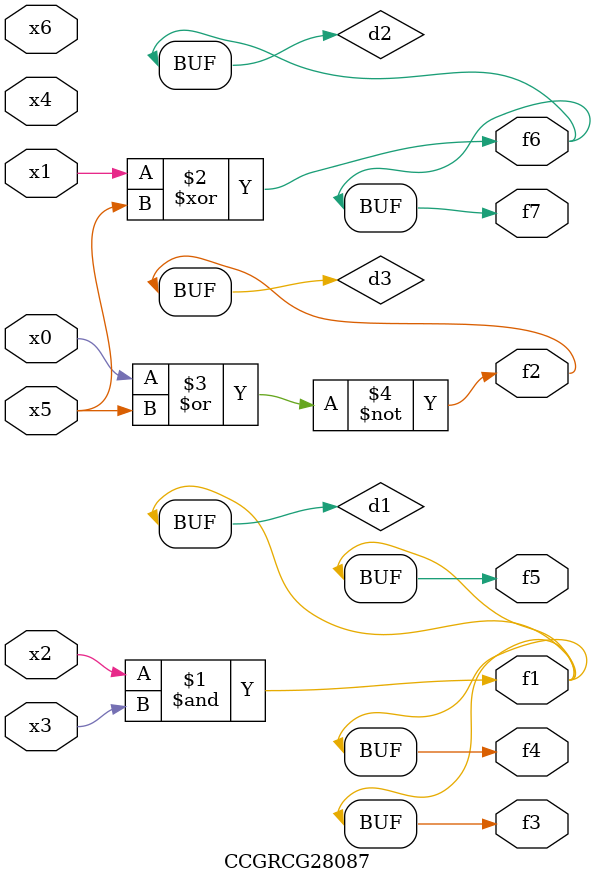
<source format=v>
module CCGRCG28087(
	input x0, x1, x2, x3, x4, x5, x6,
	output f1, f2, f3, f4, f5, f6, f7
);

	wire d1, d2, d3;

	and (d1, x2, x3);
	xor (d2, x1, x5);
	nor (d3, x0, x5);
	assign f1 = d1;
	assign f2 = d3;
	assign f3 = d1;
	assign f4 = d1;
	assign f5 = d1;
	assign f6 = d2;
	assign f7 = d2;
endmodule

</source>
